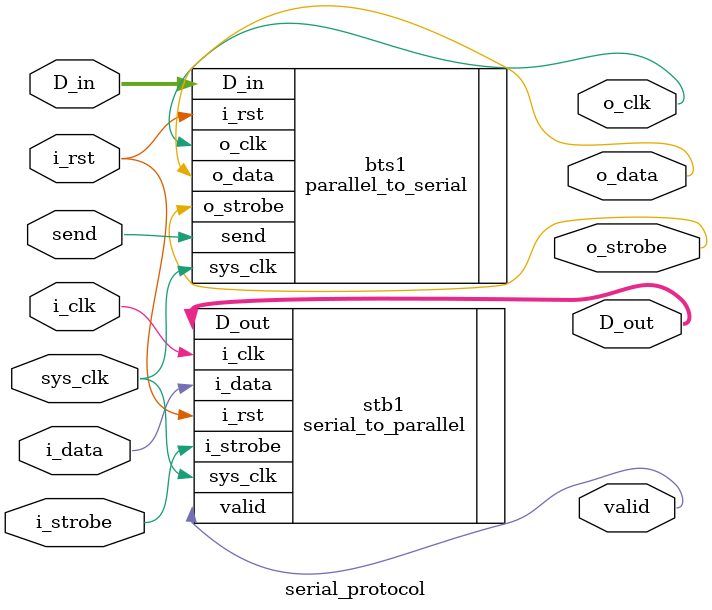
<source format=v>
/******************************************************************************
*** 																        ***
*** ECE 526 L Experiment #10            Jose Luis Martinez, Spring, 2021    ***
***                                                                         ***
*** Experiment 10 - Serial Protocol                                         ***
***                                                                         ***
*******************************************************************************
*** Filename: serial_protocol.v  Created by Jose Luis Martinez, May 2, 2021 ***
***                                                                         ***
******************************************************************************/

`include "definitions.v"

module serial_protocol(sys_clk, D_in, send, i_clk, i_data, i_strobe, 
					   i_rst, o_clk, o_data, o_strobe, D_out, valid);

	input sys_clk, send, i_clk, i_data, i_strobe, i_rst;
	input [7:0] D_in;
	output o_strobe, valid;
	output o_clk, o_data;
	output [7:0] D_out;

	serial_to_parallel stb1( .sys_clk(sys_clk), .i_clk(i_clk), .i_strobe(i_strobe), .i_rst(i_rst), 
		                .i_data(i_data), .D_out(D_out), .valid(valid));
	parallel_to_serial bts1(.sys_clk(sys_clk), .i_rst(i_rst), .D_in(D_in), .send(send), 
		               .o_clk(o_clk), .o_data(o_data), .o_strobe(o_strobe));
endmodule
</source>
